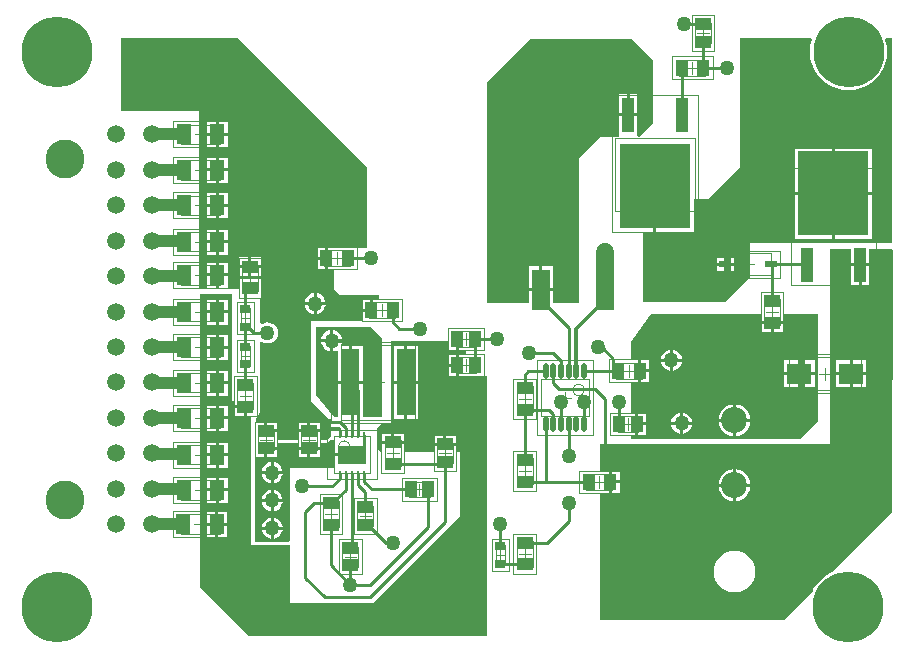
<source format=gtl>
G04*
G04 #@! TF.GenerationSoftware,Altium Limited,Altium Designer,19.0.15 (446)*
G04*
G04 Layer_Physical_Order=1*
G04 Layer_Color=255*
%FSLAX25Y25*%
%MOIN*%
G70*
G01*
G75*
%ADD13C,0.00394*%
%ADD14C,0.01000*%
%ADD17R,0.02436X0.10984*%
%ADD18R,0.02039X0.07087*%
%ADD19C,0.00197*%
%ADD20R,0.03937X0.11811*%
%ADD21R,0.23819X0.28347*%
%ADD22R,0.04921X0.06693*%
%ADD23R,0.04331X0.05315*%
%ADD24R,0.08268X0.07087*%
%ADD25R,0.05315X0.04331*%
%ADD26R,0.04134X0.02362*%
%ADD27R,0.00984X0.02165*%
%ADD28R,0.09449X0.06299*%
%ADD29R,0.03937X0.05512*%
%ADD30R,0.06299X0.22441*%
%ADD31R,0.06299X0.13780*%
%ADD32R,0.05512X0.03937*%
%ADD33R,0.03347X0.02559*%
%ADD34O,0.01968X0.05315*%
%ADD56C,0.01181*%
%ADD57C,0.05906*%
%ADD58C,0.03937*%
%ADD59C,0.05906*%
%ADD60C,0.12992*%
%ADD61C,0.08661*%
%ADD62C,0.23622*%
%ADD63C,0.05000*%
G36*
X214500Y198000D02*
Y177000D01*
X210000Y172500D01*
X209201D01*
X208992Y172913D01*
X208992Y173000D01*
Y179319D01*
X203055D01*
Y173000D01*
X203055Y172913D01*
X202846Y172500D01*
X197000D01*
X189764Y165264D01*
X189764Y117000D01*
X181150D01*
Y121000D01*
X177000D01*
Y121500D01*
D01*
Y121000D01*
X172850D01*
Y117000D01*
X158891D01*
X158891Y190391D01*
X173500Y205000D01*
X207500D01*
X214500Y198000D01*
D02*
G37*
G36*
X267163Y205500D02*
X267441Y205084D01*
X267306Y204759D01*
X266835Y202798D01*
X266677Y200787D01*
X266835Y198777D01*
X267306Y196816D01*
X268078Y194953D01*
X269131Y193234D01*
X270441Y191701D01*
X271974Y190391D01*
X273693Y189337D01*
X275556Y188566D01*
X277517Y188095D01*
X279528Y187937D01*
X281538Y188095D01*
X283499Y188566D01*
X285362Y189337D01*
X287081Y190391D01*
X288614Y191701D01*
X289924Y193234D01*
X290978Y194953D01*
X291749Y196816D01*
X292220Y198777D01*
X292378Y200787D01*
X292220Y202798D01*
X291749Y204759D01*
X291614Y205084D01*
X291892Y205500D01*
X294000D01*
X294000Y137000D01*
X246693Y137000D01*
X246693Y125796D01*
X238397Y117500D01*
X211000Y117500D01*
X211000Y140827D01*
X214500D01*
Y156000D01*
X215500D01*
Y140827D01*
X227909D01*
Y151610D01*
X232610D01*
X243500Y162500D01*
X243500Y205500D01*
X267163Y205500D01*
D02*
G37*
G36*
X119000Y162500D02*
Y135500D01*
X115709D01*
Y135658D01*
X109378D01*
Y135500D01*
X108622D01*
Y135658D01*
X105957D01*
Y132000D01*
Y128342D01*
X108000D01*
Y121543D01*
X109700Y119843D01*
X123000D01*
Y118315D01*
X120957D01*
Y114657D01*
X120457D01*
Y114157D01*
X117291D01*
Y111000D01*
X106500Y111000D01*
X100500Y111000D01*
Y84397D01*
X106397Y78500D01*
X106853D01*
Y72761D01*
X105593Y71500D01*
X103362D01*
Y73953D01*
X99606D01*
Y74453D01*
D01*
Y73953D01*
X95850D01*
Y71500D01*
X89091D01*
Y73953D01*
X85335D01*
Y74453D01*
X84835D01*
Y77421D01*
X82157D01*
Y78535D01*
X83500Y80681D01*
X83500Y103901D01*
X83948Y104122D01*
X84070Y104029D01*
X84921Y103677D01*
X85835Y103556D01*
X86748Y103677D01*
X87600Y104029D01*
X88331Y104590D01*
X88892Y105322D01*
X89245Y106173D01*
X89365Y107087D01*
X89245Y108000D01*
X88892Y108852D01*
X88331Y109583D01*
X87600Y110144D01*
X86748Y110496D01*
X85835Y110617D01*
X84921Y110496D01*
X84070Y110144D01*
X83948Y110051D01*
X83500Y110272D01*
Y118791D01*
X83657D01*
Y121543D01*
Y125122D01*
X76342D01*
Y121543D01*
X63000Y121543D01*
X63000Y181000D01*
X37000Y181000D01*
Y205500D01*
X76000D01*
X119000Y162500D01*
D02*
G37*
G36*
X294232Y134646D02*
X293872Y47372D01*
X273885Y27385D01*
X273434Y27198D01*
X271714Y26144D01*
X270181Y24835D01*
X268871Y23301D01*
X267818Y21582D01*
X267631Y21131D01*
X258000Y11500D01*
X221000Y11500D01*
X196535D01*
Y48500D01*
Y53441D01*
X197035Y53799D01*
X199543D01*
Y57457D01*
Y61114D01*
X197035D01*
X196878Y61114D01*
X196535Y61472D01*
Y69953D01*
X273500Y69953D01*
X273500Y135000D01*
X280508D01*
Y130276D01*
X283476D01*
X286445D01*
Y135000D01*
X293879D01*
X294232Y134646D01*
D02*
G37*
G36*
X124000Y105500D02*
X124000Y79000D01*
X117650D01*
Y90067D01*
X113500D01*
X109350D01*
Y79000D01*
X108177D01*
X102000Y86503D01*
X102000Y109000D01*
X120500Y109000D01*
X124000Y105500D01*
D02*
G37*
G36*
X250421Y113500D02*
Y110957D01*
X257736D01*
Y113500D01*
X269500D01*
X269500Y77740D01*
X263413Y71653D01*
X207000D01*
Y72984D01*
X208453D01*
Y76740D01*
Y80496D01*
X207000D01*
Y90842D01*
X209398D01*
Y94500D01*
Y98158D01*
X207000D01*
Y104186D01*
X213638Y113500D01*
X250421Y113500D01*
D02*
G37*
G36*
X108396Y70760D02*
X108276Y70606D01*
X108276Y70492D01*
Y66957D01*
X114000D01*
Y65957D01*
X108276D01*
Y62618D01*
X108276Y62307D01*
X107903Y62000D01*
X93500D01*
X93500Y62000D01*
X93500Y62000D01*
X93500Y38020D01*
X93000Y37520D01*
X81579D01*
Y63957D01*
X81579D01*
Y65579D01*
X84835D01*
Y68547D01*
X85335D01*
Y69047D01*
X89091D01*
Y70480D01*
X95850D01*
Y69047D01*
X99606D01*
X103362D01*
Y70480D01*
X105593D01*
X105983Y70558D01*
X106314Y70779D01*
X106794Y71260D01*
X108152D01*
X108396Y70760D01*
D02*
G37*
G36*
X74000Y107000D02*
Y84500D01*
X74843D01*
Y82957D01*
X78500D01*
Y82457D01*
X79000D01*
Y79291D01*
X80500D01*
Y60000D01*
X80500Y36500D01*
X93500D01*
Y17000D01*
X121000D01*
X150000Y46000D01*
Y67333D01*
X148756D01*
Y69453D01*
X145000D01*
X141244D01*
Y67333D01*
X131683D01*
X131221Y67425D01*
X131221Y67833D01*
Y70091D01*
X127564D01*
X123907D01*
X123907Y67559D01*
X123407Y67427D01*
X122250Y68583D01*
Y75488D01*
X123585Y76823D01*
X127000D01*
Y104500D01*
X146079Y104500D01*
Y101244D01*
X148547D01*
Y105000D01*
X149547D01*
Y101244D01*
X152000D01*
Y100078D01*
X149547D01*
Y96322D01*
Y92566D01*
X158891D01*
X159000Y92457D01*
X159000Y6000D01*
X79748D01*
X63500Y22248D01*
Y36500D01*
X63500D01*
X63500Y120000D01*
X74000Y120000D01*
X74000Y107000D01*
D02*
G37*
%LPC*%
G36*
X208992Y186724D02*
X206524D01*
Y180319D01*
X208992D01*
Y186724D01*
D02*
G37*
G36*
X205524D02*
X203055D01*
Y180319D01*
X205524D01*
Y186724D01*
D02*
G37*
G36*
X181150Y129390D02*
X177500D01*
Y122000D01*
X181150D01*
Y129390D01*
D02*
G37*
G36*
X176500D02*
X172850D01*
Y122000D01*
X176500D01*
Y129390D01*
D02*
G37*
G36*
X287409Y168768D02*
X275000D01*
Y154095D01*
X287409D01*
Y168768D01*
D02*
G37*
G36*
X274000D02*
X261591D01*
Y154095D01*
X274000D01*
Y168768D01*
D02*
G37*
G36*
X287409Y153094D02*
X275000D01*
Y138421D01*
X287409D01*
Y153094D01*
D02*
G37*
G36*
X274000D02*
X261591D01*
Y138421D01*
X274000D01*
Y153094D01*
D02*
G37*
G36*
X241488Y132181D02*
X238921D01*
Y130500D01*
X241488D01*
Y132181D01*
D02*
G37*
G36*
X237921D02*
X235354D01*
Y130500D01*
X237921D01*
Y132181D01*
D02*
G37*
G36*
X241488Y129500D02*
X238921D01*
Y127819D01*
X241488D01*
Y129500D01*
D02*
G37*
G36*
X237921D02*
X235354D01*
Y127819D01*
X237921D01*
Y129500D01*
D02*
G37*
G36*
X72571Y177575D02*
X69610D01*
Y173728D01*
X72571D01*
Y177575D01*
D02*
G37*
G36*
X68610D02*
X65650D01*
Y173728D01*
X68610D01*
Y177575D01*
D02*
G37*
G36*
X72571Y172728D02*
X69610D01*
Y168882D01*
X72571D01*
Y172728D01*
D02*
G37*
G36*
X68610D02*
X65650D01*
Y168882D01*
X68610D01*
Y172728D01*
D02*
G37*
G36*
X72571Y165764D02*
X69610D01*
Y161917D01*
X72571D01*
Y165764D01*
D02*
G37*
G36*
X68610D02*
X65650D01*
Y161917D01*
X68610D01*
Y165764D01*
D02*
G37*
G36*
X72571Y160917D02*
X69610D01*
Y157071D01*
X72571D01*
Y160917D01*
D02*
G37*
G36*
X68610D02*
X65650D01*
Y157071D01*
X68610D01*
Y160917D01*
D02*
G37*
G36*
X72571Y153953D02*
X69610D01*
Y150106D01*
X72571D01*
Y153953D01*
D02*
G37*
G36*
X68610D02*
X65650D01*
Y150106D01*
X68610D01*
Y153953D01*
D02*
G37*
G36*
X72571Y149106D02*
X69610D01*
Y145260D01*
X72571D01*
Y149106D01*
D02*
G37*
G36*
X68610D02*
X65650D01*
Y145260D01*
X68610D01*
Y149106D01*
D02*
G37*
G36*
X72571Y141847D02*
X69610D01*
Y138000D01*
X72571D01*
Y141847D01*
D02*
G37*
G36*
X68610D02*
X65650D01*
Y138000D01*
X68610D01*
Y141847D01*
D02*
G37*
G36*
X72571Y137000D02*
X69610D01*
Y133153D01*
X72571D01*
Y137000D01*
D02*
G37*
G36*
X68610D02*
X65650D01*
Y133153D01*
X68610D01*
Y137000D01*
D02*
G37*
G36*
X104957Y135658D02*
X102291D01*
Y132500D01*
X104957D01*
Y135658D01*
D02*
G37*
G36*
X83657Y132209D02*
X80500D01*
Y129543D01*
X83657D01*
Y132209D01*
D02*
G37*
G36*
X79500D02*
X76342D01*
Y129543D01*
X79500D01*
Y132209D01*
D02*
G37*
G36*
X104957Y131500D02*
X102291D01*
Y128342D01*
X104957D01*
Y131500D01*
D02*
G37*
G36*
X72571Y130748D02*
X69610D01*
Y126901D01*
X72571D01*
Y130748D01*
D02*
G37*
G36*
X68610D02*
X65650D01*
Y126901D01*
X68610D01*
Y130748D01*
D02*
G37*
G36*
X83657Y128543D02*
X80500D01*
Y125878D01*
X83657D01*
Y126401D01*
Y128543D01*
D02*
G37*
G36*
X79500D02*
X76342D01*
Y125878D01*
X79500D01*
Y128543D01*
D02*
G37*
G36*
X72571Y125901D02*
X69610D01*
Y122055D01*
X72571D01*
Y125901D01*
D02*
G37*
G36*
X68610D02*
X65650D01*
Y122055D01*
X68610D01*
Y125901D01*
D02*
G37*
G36*
X102235Y120282D02*
Y117318D01*
X105199D01*
X105145Y117731D01*
X104792Y118583D01*
X104231Y119314D01*
X103500Y119875D01*
X102649Y120228D01*
X102235Y120282D01*
D02*
G37*
G36*
X101235D02*
X100821Y120228D01*
X99970Y119875D01*
X99239Y119314D01*
X98678Y118583D01*
X98325Y117731D01*
X98270Y117318D01*
X101235D01*
Y120282D01*
D02*
G37*
G36*
X119957Y118315D02*
X117291D01*
Y115157D01*
X119957D01*
Y118315D01*
D02*
G37*
G36*
X105199Y116318D02*
X102235D01*
Y113353D01*
X102649Y113408D01*
X103500Y113760D01*
X104231Y114321D01*
X104792Y115052D01*
X105145Y115904D01*
X105199Y116318D01*
D02*
G37*
G36*
X101235D02*
X98270D01*
X98325Y115904D01*
X98678Y115052D01*
X99239Y114321D01*
X99970Y113760D01*
X100821Y113408D01*
X101235Y113353D01*
Y116318D01*
D02*
G37*
G36*
X89091Y77421D02*
X85835D01*
Y74953D01*
X89091D01*
Y77421D01*
D02*
G37*
G36*
X103362D02*
X100106D01*
Y74953D01*
X103362D01*
Y77421D01*
D02*
G37*
G36*
X99106D02*
X95850D01*
Y74953D01*
X99106D01*
Y77421D01*
D02*
G37*
G36*
X286445Y129276D02*
X283976D01*
Y122870D01*
X286445D01*
Y129276D01*
D02*
G37*
G36*
X282976D02*
X280508D01*
Y122870D01*
X282976D01*
Y129276D01*
D02*
G37*
G36*
X285510Y98043D02*
X280876D01*
Y94000D01*
X285510D01*
Y98043D01*
D02*
G37*
G36*
X279876D02*
X275242D01*
Y94000D01*
X279876D01*
Y98043D01*
D02*
G37*
G36*
X285510Y93000D02*
X280876D01*
Y88957D01*
X285510D01*
Y93000D01*
D02*
G37*
G36*
X279876D02*
X275242D01*
Y88957D01*
X279876D01*
Y93000D01*
D02*
G37*
G36*
X200543Y61114D02*
Y57957D01*
X203209D01*
Y61114D01*
X200543D01*
D02*
G37*
G36*
X242000Y61551D02*
Y56740D01*
X246811D01*
X246693Y57632D01*
X246156Y58929D01*
X245302Y60042D01*
X244188Y60896D01*
X242892Y61434D01*
X242000Y61551D01*
D02*
G37*
G36*
X241000D02*
X240108Y61434D01*
X238812Y60896D01*
X237698Y60042D01*
X236844Y58929D01*
X236307Y57632D01*
X236189Y56740D01*
X241000D01*
Y61551D01*
D02*
G37*
G36*
X203209Y56957D02*
X200543D01*
Y53799D01*
X203209D01*
Y56957D01*
D02*
G37*
G36*
X246811Y55740D02*
X242000D01*
Y50929D01*
X242892Y51047D01*
X244188Y51584D01*
X245302Y52438D01*
X246156Y53552D01*
X246693Y54849D01*
X246811Y55740D01*
D02*
G37*
G36*
X241000D02*
X236189D01*
X236307Y54849D01*
X236844Y53552D01*
X237698Y52438D01*
X238812Y51584D01*
X240108Y51047D01*
X241000Y50929D01*
Y55740D01*
D02*
G37*
G36*
X241500Y34439D02*
X240146Y34306D01*
X238845Y33911D01*
X237645Y33270D01*
X236593Y32407D01*
X235731Y31355D01*
X235089Y30155D01*
X234694Y28854D01*
X234561Y27500D01*
X234694Y26146D01*
X235089Y24845D01*
X235731Y23645D01*
X236593Y22593D01*
X237645Y21731D01*
X238845Y21089D01*
X240146Y20694D01*
X241500Y20561D01*
X242854Y20694D01*
X244155Y21089D01*
X245355Y21731D01*
X246407Y22593D01*
X247270Y23645D01*
X247911Y24845D01*
X248306Y26146D01*
X248439Y27500D01*
X248306Y28854D01*
X247911Y30155D01*
X247270Y31355D01*
X246407Y32407D01*
X245355Y33270D01*
X244155Y33911D01*
X242854Y34306D01*
X241500Y34439D01*
D02*
G37*
G36*
X107742Y107964D02*
Y105000D01*
X110706D01*
X110652Y105414D01*
X110299Y106265D01*
X109738Y106996D01*
X109007Y107557D01*
X108156Y107910D01*
X107742Y107964D01*
D02*
G37*
G36*
X106742D02*
X106328Y107910D01*
X105477Y107557D01*
X104746Y106996D01*
X104185Y106265D01*
X103832Y105414D01*
X103778Y105000D01*
X106742D01*
Y107964D01*
D02*
G37*
G36*
Y104000D02*
X103778D01*
X103832Y103586D01*
X104185Y102735D01*
X104746Y102004D01*
X105477Y101443D01*
X106328Y101090D01*
X106742Y101036D01*
Y104000D01*
D02*
G37*
G36*
X117650Y102787D02*
X114000D01*
Y91067D01*
X117650D01*
Y102787D01*
D02*
G37*
G36*
X110706Y104000D02*
X107742D01*
Y101036D01*
X108156Y101090D01*
X108850Y101378D01*
X109350Y101133D01*
Y91067D01*
X113000D01*
Y102787D01*
X110771D01*
X110493Y103203D01*
X110652Y103586D01*
X110706Y104000D01*
D02*
G37*
G36*
X257736Y109957D02*
X254579D01*
Y107291D01*
X257736D01*
Y109957D01*
D02*
G37*
G36*
X253579D02*
X250421D01*
Y107291D01*
X253579D01*
Y109957D01*
D02*
G37*
G36*
X221000Y101464D02*
Y98500D01*
X223964D01*
X223910Y98914D01*
X223557Y99765D01*
X222996Y100496D01*
X222265Y101057D01*
X221414Y101410D01*
X221000Y101464D01*
D02*
G37*
G36*
X220000D02*
X219586Y101410D01*
X218735Y101057D01*
X218004Y100496D01*
X217443Y99765D01*
X217090Y98914D01*
X217036Y98500D01*
X220000D01*
Y101464D01*
D02*
G37*
G36*
X213063Y98158D02*
X210398D01*
Y95000D01*
X213063D01*
Y98158D01*
D02*
G37*
G36*
X223964Y97500D02*
X221000D01*
Y94536D01*
X221414Y94590D01*
X222265Y94943D01*
X222996Y95504D01*
X223557Y96235D01*
X223910Y97086D01*
X223964Y97500D01*
D02*
G37*
G36*
X220000D02*
X217036D01*
X217090Y97086D01*
X217443Y96235D01*
X218004Y95504D01*
X218735Y94943D01*
X219586Y94590D01*
X220000Y94536D01*
Y97500D01*
D02*
G37*
G36*
X268187Y98043D02*
X263553D01*
Y94000D01*
X268187D01*
Y98043D01*
D02*
G37*
G36*
X262553D02*
X257919D01*
Y94000D01*
X262553D01*
Y98043D01*
D02*
G37*
G36*
X213063Y94000D02*
X210398D01*
Y90842D01*
X213063D01*
Y94000D01*
D02*
G37*
G36*
X268187Y93000D02*
X263553D01*
Y88957D01*
X268187D01*
Y93000D01*
D02*
G37*
G36*
X262553D02*
X257919D01*
Y88957D01*
X262553D01*
Y93000D01*
D02*
G37*
G36*
X242000Y83205D02*
Y78394D01*
X246811D01*
X246693Y79285D01*
X246156Y80582D01*
X245302Y81696D01*
X244188Y82550D01*
X242892Y83087D01*
X242000Y83205D01*
D02*
G37*
G36*
X241000D02*
X240108Y83087D01*
X238812Y82550D01*
X237698Y81696D01*
X236844Y80582D01*
X236307Y79285D01*
X236189Y78394D01*
X241000D01*
Y83205D01*
D02*
G37*
G36*
X224388Y80464D02*
Y77500D01*
X227352D01*
X227298Y77914D01*
X226945Y78765D01*
X226384Y79496D01*
X225653Y80057D01*
X224802Y80410D01*
X224388Y80464D01*
D02*
G37*
G36*
X223388D02*
X222974Y80410D01*
X222123Y80057D01*
X221392Y79496D01*
X220831Y78765D01*
X220478Y77914D01*
X220424Y77500D01*
X223388D01*
Y80464D01*
D02*
G37*
G36*
X211921Y80496D02*
X209453D01*
Y77240D01*
X211921D01*
Y80496D01*
D02*
G37*
G36*
X227352Y76500D02*
X224388D01*
Y73536D01*
X224802Y73590D01*
X225653Y73943D01*
X226384Y74504D01*
X226945Y75235D01*
X227298Y76086D01*
X227352Y76500D01*
D02*
G37*
G36*
X223388D02*
X220424D01*
X220478Y76086D01*
X220831Y75235D01*
X221392Y74504D01*
X222123Y73943D01*
X222974Y73590D01*
X223388Y73536D01*
Y76500D01*
D02*
G37*
G36*
X211921Y76240D02*
X209453D01*
Y72984D01*
X211921D01*
Y76240D01*
D02*
G37*
G36*
X246811Y77394D02*
X242000D01*
Y72583D01*
X242892Y72700D01*
X244188Y73237D01*
X245302Y74092D01*
X246156Y75205D01*
X246693Y76502D01*
X246811Y77394D01*
D02*
G37*
G36*
X241000D02*
X236189D01*
X236307Y76502D01*
X236844Y75205D01*
X237698Y74092D01*
X238812Y73237D01*
X240108Y72700D01*
X241000Y72583D01*
Y77394D01*
D02*
G37*
G36*
X103362Y68047D02*
X100106D01*
Y65579D01*
X103362D01*
Y68047D01*
D02*
G37*
G36*
X99106D02*
X95850D01*
Y65579D01*
X99106D01*
Y68047D01*
D02*
G37*
G36*
X89091D02*
X85835D01*
Y65579D01*
X89091D01*
Y68047D01*
D02*
G37*
G36*
X87914Y63964D02*
Y61000D01*
X90878D01*
X90824Y61414D01*
X90471Y62265D01*
X90349Y62424D01*
X90407Y62508D01*
X90267Y62531D01*
X89910Y62996D01*
X89179Y63557D01*
X88327Y63910D01*
X87914Y63964D01*
D02*
G37*
G36*
X86914D02*
X86500Y63910D01*
X85649Y63557D01*
X85360Y63336D01*
X84917Y62996D01*
X84356Y62265D01*
X84004Y61414D01*
X83949Y61000D01*
X86914D01*
Y63964D01*
D02*
G37*
G36*
X90878Y60000D02*
X87914D01*
Y57036D01*
X88327Y57090D01*
X89179Y57443D01*
X89910Y58004D01*
X90471Y58735D01*
X90824Y59586D01*
X90878Y60000D01*
D02*
G37*
G36*
X86914D02*
X83949D01*
X84004Y59586D01*
X84356Y58735D01*
X84917Y58004D01*
X85649Y57443D01*
X86500Y57090D01*
X86914Y57036D01*
Y60000D01*
D02*
G37*
G36*
X87914Y54714D02*
Y51750D01*
X90878D01*
X90824Y52164D01*
X90471Y53015D01*
X89910Y53746D01*
X89179Y54307D01*
X88327Y54660D01*
X87914Y54714D01*
D02*
G37*
G36*
X86914D02*
X86500Y54660D01*
X85649Y54307D01*
X84917Y53746D01*
X84356Y53015D01*
X84004Y52164D01*
X83949Y51750D01*
X86914D01*
Y54714D01*
D02*
G37*
G36*
X90878Y50750D02*
X87914D01*
Y47786D01*
X88327Y47840D01*
X89179Y48193D01*
X89910Y48754D01*
X90471Y49485D01*
X90824Y50336D01*
X90878Y50750D01*
D02*
G37*
G36*
X86914D02*
X83949D01*
X84004Y50336D01*
X84356Y49485D01*
X84917Y48754D01*
X85649Y48193D01*
X86500Y47840D01*
X86914Y47786D01*
Y50750D01*
D02*
G37*
G36*
X87914Y45464D02*
Y42500D01*
X90878D01*
X90824Y42914D01*
X90471Y43765D01*
X89910Y44496D01*
X89179Y45057D01*
X88327Y45410D01*
X87914Y45464D01*
D02*
G37*
G36*
X86914D02*
X86500Y45410D01*
X85649Y45057D01*
X84917Y44496D01*
X84356Y43765D01*
X84004Y42914D01*
X83949Y42500D01*
X86914D01*
Y45464D01*
D02*
G37*
G36*
X90878Y41500D02*
X87914D01*
Y38536D01*
X88327Y38590D01*
X89179Y38943D01*
X89910Y39504D01*
X90471Y40235D01*
X90824Y41086D01*
X90878Y41500D01*
D02*
G37*
G36*
X86914D02*
X83949D01*
X84004Y41086D01*
X84356Y40235D01*
X84917Y39504D01*
X85649Y38943D01*
X86500Y38590D01*
X86914Y38536D01*
Y41500D01*
D02*
G37*
G36*
X72571Y118520D02*
X69610D01*
Y114673D01*
X72571D01*
Y118520D01*
D02*
G37*
G36*
X68610D02*
X65650D01*
Y114673D01*
X68610D01*
Y118520D01*
D02*
G37*
G36*
X72571Y113673D02*
X69610D01*
Y109827D01*
X72571D01*
Y113673D01*
D02*
G37*
G36*
X68610D02*
X65650D01*
Y109827D01*
X68610D01*
Y113673D01*
D02*
G37*
G36*
X72571Y106709D02*
X69610D01*
Y102862D01*
X72571D01*
Y106709D01*
D02*
G37*
G36*
X68610D02*
X65650D01*
Y102862D01*
X68610D01*
Y106709D01*
D02*
G37*
G36*
X72571Y101862D02*
X69610D01*
Y98016D01*
X72571D01*
Y101862D01*
D02*
G37*
G36*
X68610D02*
X65650D01*
Y98016D01*
X68610D01*
Y101862D01*
D02*
G37*
G36*
X148547Y100078D02*
X146079D01*
Y96822D01*
X148547D01*
Y100078D01*
D02*
G37*
G36*
Y95822D02*
X146079D01*
Y92566D01*
X148547D01*
Y95822D01*
D02*
G37*
G36*
X136153Y102787D02*
X132504D01*
Y91067D01*
X136153D01*
Y102787D01*
D02*
G37*
G36*
X131504D02*
X127854D01*
Y91067D01*
X131504D01*
Y102787D01*
D02*
G37*
G36*
X72571Y94846D02*
X69610D01*
Y91000D01*
X72571D01*
Y94846D01*
D02*
G37*
G36*
X68610D02*
X65650D01*
Y91000D01*
X68610D01*
Y94846D01*
D02*
G37*
G36*
X72571Y90000D02*
X69610D01*
Y86154D01*
X72571D01*
Y90000D01*
D02*
G37*
G36*
X68610D02*
X65650D01*
Y86154D01*
X68610D01*
Y90000D01*
D02*
G37*
G36*
X78000Y81957D02*
X74843D01*
Y79291D01*
X78000D01*
Y81957D01*
D02*
G37*
G36*
X72571Y83087D02*
X69610D01*
Y79240D01*
X72571D01*
Y83087D01*
D02*
G37*
G36*
X68610D02*
X65650D01*
Y79240D01*
X68610D01*
Y83087D01*
D02*
G37*
G36*
X136153Y90067D02*
X132504D01*
Y78347D01*
X136153D01*
Y90067D01*
D02*
G37*
G36*
X131504D02*
X127854D01*
Y78347D01*
X131504D01*
Y90067D01*
D02*
G37*
G36*
X72571Y78240D02*
X69610D01*
Y74394D01*
X72571D01*
Y78240D01*
D02*
G37*
G36*
X68610D02*
X65650D01*
Y74394D01*
X68610D01*
Y78240D01*
D02*
G37*
G36*
X131221Y73756D02*
X128064D01*
Y71091D01*
X131221D01*
Y73756D01*
D02*
G37*
G36*
X127064D02*
X123907D01*
Y71091D01*
X127064D01*
Y73756D01*
D02*
G37*
G36*
X148756Y72921D02*
X145500D01*
Y70453D01*
X148756D01*
Y72921D01*
D02*
G37*
G36*
X144500D02*
X141244D01*
Y70453D01*
X144500D01*
Y72921D01*
D02*
G37*
G36*
X72571Y70803D02*
X69610D01*
Y66957D01*
X72571D01*
Y70803D01*
D02*
G37*
G36*
X68610D02*
X65650D01*
Y66957D01*
X68610D01*
Y70803D01*
D02*
G37*
G36*
X72571Y65957D02*
X69610D01*
Y62110D01*
X72571D01*
Y65957D01*
D02*
G37*
G36*
X68610D02*
X65650D01*
Y62110D01*
X68610D01*
Y65957D01*
D02*
G37*
G36*
X72571Y59099D02*
X69610D01*
Y55253D01*
X72571D01*
Y59099D01*
D02*
G37*
G36*
X68610D02*
X65650D01*
Y55253D01*
X68610D01*
Y59099D01*
D02*
G37*
G36*
X72571Y54253D02*
X69610D01*
Y50406D01*
X72571D01*
Y54253D01*
D02*
G37*
G36*
X68610D02*
X65650D01*
Y50406D01*
X68610D01*
Y54253D01*
D02*
G37*
G36*
X72457Y47653D02*
X69496D01*
Y43807D01*
X72457D01*
Y47653D01*
D02*
G37*
G36*
X68496D02*
X65535D01*
Y43807D01*
X68496D01*
Y47653D01*
D02*
G37*
G36*
X72457Y42807D02*
X69496D01*
Y38961D01*
X72457D01*
Y42807D01*
D02*
G37*
G36*
X68496D02*
X65535D01*
Y38961D01*
X68496D01*
Y42807D01*
D02*
G37*
%LPD*%
D13*
X113409Y69114D02*
G03*
X113409Y69114I-1969J0D01*
G01*
X191496Y88059D02*
G03*
X191496Y88059I-1969J0D01*
G01*
X261213Y137453D02*
X287787D01*
X261213Y161941D02*
X287787D01*
X261213Y137453D02*
Y161941D01*
X287787Y137453D02*
Y161941D01*
X56890Y40059D02*
X69882D01*
X56890Y46555D02*
X69882D01*
Y40059D02*
Y46555D01*
X56890Y40059D02*
Y46555D01*
X57004Y51505D02*
X69996D01*
X57004Y58001D02*
X69996D01*
Y51505D02*
Y58001D01*
X57004Y51505D02*
Y58001D01*
Y63209D02*
X69996D01*
X57004Y69705D02*
X69996D01*
Y63209D02*
Y69705D01*
X57004Y63209D02*
Y69705D01*
Y75492D02*
X69996D01*
X57004Y81988D02*
X69996D01*
Y75492D02*
Y81988D01*
X57004Y75492D02*
Y81988D01*
Y87252D02*
X69996D01*
X57004Y93748D02*
X69996D01*
Y87252D02*
Y93748D01*
X57004Y87252D02*
Y93748D01*
Y99114D02*
X69996D01*
X57004Y105610D02*
X69996D01*
Y99114D02*
Y105610D01*
X57004Y99114D02*
Y105610D01*
Y110925D02*
X69996D01*
X57004Y117421D02*
X69996D01*
Y110925D02*
Y117421D01*
X57004Y110925D02*
Y117421D01*
Y123153D02*
X69996D01*
X57004Y129650D02*
X69996D01*
Y123153D02*
Y129650D01*
X57004Y123153D02*
Y129650D01*
Y134252D02*
X69996D01*
X57004Y140748D02*
X69996D01*
Y134252D02*
Y140748D01*
X57004Y134252D02*
Y140748D01*
Y146358D02*
X69996D01*
X57004Y152854D02*
X69996D01*
Y146358D02*
Y152854D01*
X57004Y146358D02*
Y152854D01*
Y158169D02*
X69996D01*
X57004Y164665D02*
X69996D01*
Y158169D02*
Y164665D01*
X57004Y158169D02*
Y164665D01*
Y169980D02*
X69996D01*
X57004Y176476D02*
X69996D01*
Y169980D02*
Y176476D01*
X57004Y169980D02*
Y176476D01*
X223169Y192842D02*
X231831D01*
X223169Y198158D02*
X231831D01*
Y192842D02*
Y198158D01*
X223169Y192842D02*
Y198158D01*
X262659Y88008D02*
X280769D01*
X262659Y98992D02*
X280769D01*
Y88008D02*
Y98992D01*
X262659Y88008D02*
Y98992D01*
X201713Y172142D02*
X228287D01*
X201713Y147653D02*
X228287D01*
Y172142D01*
X201713Y147653D02*
Y172142D01*
X251421Y109669D02*
Y118331D01*
X256736Y109669D02*
Y118331D01*
X251421Y109669D02*
X256736D01*
X251421Y118331D02*
X256736D01*
X238421Y126457D02*
Y133543D01*
X253579Y126457D02*
Y133543D01*
X238421D02*
X253579D01*
X238421Y126457D02*
X253579D01*
X77342Y121169D02*
Y129831D01*
X82657Y121169D02*
Y129831D01*
X77342Y121169D02*
X82657D01*
X77342Y129831D02*
X82657D01*
X107898Y60453D02*
Y72658D01*
X120102Y60453D02*
Y72658D01*
X107898D02*
X120102D01*
X107898Y60453D02*
X120102D01*
X148653Y107658D02*
X155347D01*
X148653Y102342D02*
X155347D01*
X148653D02*
Y107658D01*
X155347Y102342D02*
Y107658D01*
X148653Y98979D02*
X155347D01*
X148653Y93664D02*
X155347D01*
X148653D02*
Y98979D01*
X155347Y93664D02*
Y98979D01*
X110350Y102969D02*
X135153D01*
X110350Y78165D02*
X135153D01*
X110350D02*
Y102969D01*
X135153Y78165D02*
Y102969D01*
X133153Y57540D02*
X139847D01*
X133153Y52225D02*
X139847D01*
X133153D02*
Y57540D01*
X139847Y52225D02*
Y57540D01*
X119669Y117315D02*
X128331D01*
X119669Y112000D02*
X128331D01*
X119669D02*
Y117315D01*
X128331Y112000D02*
Y117315D01*
X104669Y129342D02*
X113331D01*
X104669Y134658D02*
X113331D01*
Y129342D02*
Y134658D01*
X104669Y129342D02*
Y134658D01*
X174210Y29169D02*
Y37831D01*
X168895Y29169D02*
Y37831D01*
X174210D01*
X168895Y29169D02*
X174210D01*
X115842Y42654D02*
Y49347D01*
X121158Y42654D02*
Y49347D01*
X115842Y42654D02*
X121158D01*
X115842Y49347D02*
X121158D01*
X116157Y29153D02*
Y35846D01*
X110843Y29153D02*
Y35846D01*
X116157D01*
X110843Y29153D02*
X116157D01*
X202654Y79398D02*
X209347D01*
X202654Y74083D02*
X209347D01*
X202654D02*
Y79398D01*
X209347Y74083D02*
Y79398D01*
X228386Y203654D02*
Y210347D01*
X233701Y203654D02*
Y210347D01*
X228386Y203654D02*
X233701D01*
X228386Y210347D02*
X233701D01*
X202024Y97158D02*
X210685D01*
X202024Y91843D02*
X210685D01*
X202024D02*
Y97158D01*
X210685Y91843D02*
Y97158D01*
X192169Y54799D02*
X200831D01*
X192169Y60114D02*
X200831D01*
Y54799D02*
Y60114D01*
X192169Y54799D02*
Y60114D01*
X174210Y80669D02*
Y89331D01*
X168895Y80669D02*
Y89331D01*
X174210D01*
X168895Y80669D02*
X174210D01*
X168895Y56669D02*
Y65331D01*
X174210Y56669D02*
Y65331D01*
X168895Y56669D02*
X174210D01*
X168895Y65331D02*
X174210D01*
X161925Y29653D02*
X165075D01*
X161925Y36346D02*
X165075D01*
X161925Y29653D02*
Y36346D01*
X165075Y29653D02*
Y36346D01*
X81157Y81669D02*
Y90331D01*
X75842Y81669D02*
Y90331D01*
X81157D01*
X75842Y81669D02*
X81157D01*
X76925Y96153D02*
X80075D01*
X76925Y102847D02*
X80075D01*
X76925Y96153D02*
Y102847D01*
X80075Y96153D02*
Y102847D01*
X130221Y62717D02*
Y71378D01*
X124907Y62717D02*
Y71378D01*
X130221D01*
X124907Y62717D02*
X130221D01*
X76925Y115347D02*
X80075D01*
X76925Y108653D02*
X80075D01*
Y115347D01*
X76925Y108653D02*
Y115347D01*
X109658Y42371D02*
Y51033D01*
X104342Y42371D02*
Y51033D01*
X109658D01*
X104342Y42371D02*
X109658D01*
X147658Y63653D02*
Y70346D01*
X142342Y63653D02*
Y70346D01*
X147658D01*
X142342Y63653D02*
X147658D01*
X87992Y68154D02*
Y74847D01*
X82677Y68154D02*
Y74847D01*
X87992D01*
X82677Y68154D02*
X87992D01*
X102264D02*
Y74847D01*
X96949Y68154D02*
Y74847D01*
X102264D01*
X96949Y68154D02*
X102264D01*
X176929Y79398D02*
Y91602D01*
X193071Y79398D02*
Y91602D01*
X176929Y79398D02*
X193071D01*
X176929Y91602D02*
X193071D01*
X274500Y143949D02*
Y147886D01*
X272532Y145917D02*
X276468D01*
X63386Y41339D02*
Y45276D01*
X61417Y43307D02*
X65354D01*
X63500Y52785D02*
Y56722D01*
X61532Y54753D02*
X65469D01*
X63500Y64488D02*
Y68425D01*
X61532Y66457D02*
X65469D01*
X63500Y76772D02*
Y80709D01*
X61532Y78740D02*
X65469D01*
X63500Y88532D02*
Y92469D01*
X61532Y90500D02*
X65469D01*
X63500Y100394D02*
Y104331D01*
X61532Y102362D02*
X65469D01*
X63500Y112205D02*
Y116142D01*
X61532Y114173D02*
X65469D01*
X63500Y124433D02*
Y128370D01*
X61532Y126401D02*
X65469D01*
X63500Y135531D02*
Y139469D01*
X61532Y137500D02*
X65469D01*
X63500Y147638D02*
Y151575D01*
X61532Y149606D02*
X65469D01*
X63500Y159449D02*
Y163386D01*
X61532Y161417D02*
X65469D01*
X63500Y171260D02*
Y175197D01*
X61532Y173228D02*
X65469D01*
X227500Y193532D02*
Y197468D01*
X225532Y195500D02*
X229468D01*
X271714Y91531D02*
Y95468D01*
X269746Y93500D02*
X273683D01*
X215000Y161709D02*
Y165646D01*
X213032Y163677D02*
X216968D01*
X252110Y114000D02*
X256047D01*
X254079Y112031D02*
Y115969D01*
X244032Y130000D02*
X247969D01*
X246000Y128032D02*
Y131968D01*
X78031Y125500D02*
X81968D01*
X80000Y123531D02*
Y127469D01*
X112031Y66555D02*
X115969D01*
X114000Y64587D02*
Y68524D01*
X152000Y103032D02*
Y106968D01*
X150031Y105000D02*
X153969D01*
X152000Y94353D02*
Y98290D01*
X150031Y96322D02*
X153969D01*
X122752Y88598D02*
Y92535D01*
X120783Y90567D02*
X124721D01*
X136500Y52914D02*
Y56851D01*
X134531Y54883D02*
X138469D01*
X124000Y112689D02*
Y116626D01*
X122031Y114657D02*
X125969D01*
X109000Y130032D02*
Y133968D01*
X107032Y132000D02*
X110968D01*
X169584Y33500D02*
X173521D01*
X171552Y31532D02*
Y35469D01*
X116532Y46000D02*
X120468D01*
X118500Y44032D02*
Y47969D01*
X111531Y32500D02*
X115469D01*
X113500Y30531D02*
Y34468D01*
X206000Y74772D02*
Y78709D01*
X204031Y76740D02*
X207968D01*
X229075Y207000D02*
X233012D01*
X231043Y205031D02*
Y208968D01*
X206354Y92532D02*
Y96469D01*
X204386Y94500D02*
X208323D01*
X196500Y55488D02*
Y59425D01*
X194532Y57457D02*
X198468D01*
X169584Y85000D02*
X173521D01*
X171552Y83031D02*
Y86968D01*
X169584Y61000D02*
X173521D01*
X171552Y59031D02*
Y62968D01*
X163500Y31425D02*
Y34575D01*
X161925Y33000D02*
X165075D01*
X76531Y86000D02*
X80468D01*
X78500Y84031D02*
Y87968D01*
Y97925D02*
Y101075D01*
X76925Y99500D02*
X80075D01*
X125595Y67047D02*
X129533D01*
X127564Y65079D02*
Y69016D01*
X78500Y110425D02*
Y113575D01*
X76925Y112000D02*
X80075D01*
X105032Y46702D02*
X108968D01*
X107000Y44733D02*
Y48670D01*
X143032Y67000D02*
X146968D01*
X145000Y65031D02*
Y68968D01*
X83366Y71500D02*
X87303D01*
X85335Y69532D02*
Y73469D01*
X97638Y71500D02*
X101575D01*
X99606Y69532D02*
Y73469D01*
X183031Y85500D02*
X186969D01*
X185000Y83531D02*
Y87468D01*
D14*
X112000Y72953D02*
Y75418D01*
X110000Y58500D02*
Y60158D01*
X129783Y108390D02*
X136750D01*
X127543Y110630D02*
X129783Y108390D01*
X127543Y110630D02*
Y114657D01*
X81233Y107087D02*
X85835D01*
X78886Y109433D02*
X81233Y107087D01*
X78500Y109047D02*
X78886Y109433D01*
X125414Y36953D02*
X127564D01*
X119320Y43047D02*
X125414Y36953D01*
X118500Y43047D02*
X119320D01*
X171552Y93048D02*
X172764Y94260D01*
X178602D01*
X201466D02*
X202505Y95298D01*
X112425Y131882D02*
X112806Y131500D01*
X113188Y131882D01*
X120457D01*
X112425D02*
X112543Y132000D01*
X186500Y44500D02*
Y50500D01*
X179043Y37043D02*
X186500Y44500D01*
X171552Y37043D02*
X179043D01*
X202500Y84000D02*
X203047Y83453D01*
Y76740D02*
Y83453D01*
X191480Y76823D02*
Y83918D01*
X191398Y84000D02*
X191480Y83918D01*
X191398Y76740D02*
X191480Y76823D01*
X183721Y76740D02*
Y84000D01*
X181102Y76799D02*
Y79898D01*
X179543Y81457D02*
X181102Y79898D01*
X171552Y81457D02*
X179543D01*
X201146Y96658D02*
Y98398D01*
X197551Y101992D02*
X201146Y98398D01*
X196500Y101992D02*
X197551D01*
X109997Y77421D02*
X112000Y75418D01*
X105457Y77421D02*
X109997D01*
X110055Y72961D02*
Y74856D01*
X105957Y75500D02*
X109411D01*
X110055Y74856D01*
Y72961D02*
X110063Y72953D01*
X265299Y130000D02*
X265524Y129776D01*
X253579Y130000D02*
X265299D01*
X253579D02*
X254079Y129500D01*
Y117543D02*
Y129500D01*
X176870Y118130D02*
Y121500D01*
X186279Y94260D02*
Y108721D01*
X176870Y118130D02*
X186279Y108721D01*
X231118Y195426D02*
X239000D01*
X231043Y195500D02*
X231118Y195426D01*
X224698Y210000D02*
X230996D01*
X231043Y209953D01*
Y195500D02*
Y204047D01*
X223957Y195500D02*
X223976Y195480D01*
Y179819D02*
Y195480D01*
X196130Y102362D02*
X196500Y101992D01*
X59216Y126465D02*
X59280Y126401D01*
X154953Y105000D02*
X162500D01*
X154953Y96322D02*
Y105000D01*
X171552Y88543D02*
Y93048D01*
X163500Y30047D02*
X171462D01*
X117968Y69106D02*
Y72953D01*
X163500Y35953D02*
Y43489D01*
X171552Y64543D02*
Y81457D01*
X178500Y57457D02*
X192957D01*
X171552D02*
X178500D01*
X178602Y57559D01*
Y76740D01*
X58231Y90807D02*
X58538Y90500D01*
X58268Y102240D02*
X58390Y102362D01*
X173000Y100496D02*
X180956D01*
X183721Y94260D02*
Y97732D01*
X180956Y100496D02*
X183721Y97732D01*
X78500Y89543D02*
Y96547D01*
Y102453D02*
Y109047D01*
Y114953D02*
Y121957D01*
X139453Y42500D02*
Y54883D01*
X120117Y23164D02*
X139453Y42500D01*
X113500Y23164D02*
X120117D01*
X107000Y29664D02*
Y43159D01*
Y29664D02*
X113500Y23164D01*
X114000Y66457D02*
X115319D01*
X112000Y54753D02*
Y60158D01*
X105000Y19000D02*
X119957D01*
X98500Y25500D02*
X105000Y19000D01*
X98500Y25500D02*
Y47500D01*
X145000Y44043D02*
Y64047D01*
X119957Y19000D02*
X145000Y44043D01*
X98500Y47500D02*
X101245Y50245D01*
X107000D01*
X144457Y63504D02*
X145000Y64047D01*
X127564Y63504D02*
X144457D01*
X107492Y50245D02*
X112000Y54753D01*
X107000Y50245D02*
X107492D01*
X118000Y57500D02*
Y60158D01*
Y57500D02*
X120617Y54883D01*
X133547D01*
X116000Y56500D02*
Y60158D01*
Y56500D02*
X118500Y54000D01*
Y48953D02*
Y54000D01*
X114000Y35953D02*
Y60158D01*
X113500Y35453D02*
X114000Y35953D01*
X115319Y66457D02*
X117968Y69106D01*
X114000Y90067D02*
X115969Y88098D01*
X113500Y90567D02*
X113772Y90295D01*
X115969Y72953D02*
Y88098D01*
X114000Y72953D02*
Y90067D01*
X97500Y55938D02*
X107438D01*
X110000Y58500D01*
X85335Y68547D02*
X85418Y68631D01*
X202505Y95298D02*
X202811Y94992D01*
X201146Y96658D02*
X202505Y95298D01*
X202811Y94500D02*
Y94992D01*
X198500Y65000D02*
Y85140D01*
X195140Y88500D02*
X198500Y85140D01*
X183000Y88500D02*
X195140D01*
X181161Y90339D02*
X183000Y88500D01*
X181161Y90339D02*
Y94260D01*
X186279Y66000D02*
Y76740D01*
X113500Y23164D02*
Y29547D01*
X171462Y30047D02*
X171552Y29957D01*
X181102Y76799D02*
X181161Y76740D01*
X191398Y94260D02*
X201466D01*
D17*
X263877Y93500D02*
D03*
D18*
X239441Y130000D02*
D03*
D19*
X260228Y123083D02*
X288772D01*
X260228Y168752D02*
X288772D01*
X260228Y123083D02*
Y168752D01*
X288772Y123083D02*
Y168752D01*
X54331Y38976D02*
X72441D01*
X54331Y47638D02*
X72441D01*
Y38976D02*
Y47638D01*
X54331Y38976D02*
Y47638D01*
X54445Y50422D02*
X72555D01*
X54445Y59084D02*
X72555D01*
Y50422D02*
Y59084D01*
X54445Y50422D02*
Y59084D01*
Y62126D02*
X72555D01*
X54445Y70787D02*
X72555D01*
Y62126D02*
Y70787D01*
X54445Y62126D02*
Y70787D01*
Y74409D02*
X72555D01*
X54445Y83071D02*
X72555D01*
Y74409D02*
Y83071D01*
X54445Y74409D02*
Y83071D01*
Y86169D02*
X72555D01*
X54445Y94831D02*
X72555D01*
Y86169D02*
Y94831D01*
X54445Y86169D02*
Y94831D01*
Y98032D02*
X72555D01*
X54445Y106693D02*
X72555D01*
Y98032D02*
Y106693D01*
X54445Y98032D02*
Y106693D01*
Y109843D02*
X72555D01*
X54445Y118504D02*
X72555D01*
Y109843D02*
Y118504D01*
X54445Y109843D02*
Y118504D01*
Y122071D02*
X72555D01*
X54445Y130732D02*
X72555D01*
Y122071D02*
Y130732D01*
X54445Y122071D02*
Y130732D01*
Y133169D02*
X72555D01*
X54445Y141831D02*
X72555D01*
Y133169D02*
Y141831D01*
X54445Y133169D02*
Y141831D01*
Y145276D02*
X72555D01*
X54445Y153937D02*
X72555D01*
Y145276D02*
Y153937D01*
X54445Y145276D02*
Y153937D01*
Y157087D02*
X72555D01*
X54445Y165748D02*
X72555D01*
Y157087D02*
Y165748D01*
X54445Y157087D02*
Y165748D01*
Y168898D02*
X72555D01*
X54445Y177559D02*
X72555D01*
Y168898D02*
Y177559D01*
X54445Y168898D02*
Y177559D01*
X220807Y191760D02*
X234193D01*
X220807Y199240D02*
X234193D01*
Y191760D02*
Y199240D01*
X220807Y191760D02*
Y199240D01*
X259706Y87004D02*
X283722D01*
X259706Y99996D02*
X283722D01*
Y87004D02*
Y99996D01*
X259706Y87004D02*
Y99996D01*
X200728Y186512D02*
X229272D01*
X200728Y140842D02*
X229272D01*
Y186512D01*
X200728Y140842D02*
Y186512D01*
X250339Y107307D02*
Y120693D01*
X257819Y107307D02*
Y120693D01*
X250339Y107307D02*
X257819D01*
X250339Y120693D02*
X257819D01*
X235370Y125472D02*
Y134528D01*
X256630Y125472D02*
Y134528D01*
X235370D02*
X256630D01*
X235370Y125472D02*
X256630D01*
X76260Y118807D02*
Y132193D01*
X83740Y118807D02*
Y132193D01*
X76260Y118807D02*
X83740D01*
X76260Y132193D02*
X83740D01*
X105732Y58287D02*
Y74823D01*
X122268Y58287D02*
Y74823D01*
X105732D02*
X122268D01*
X105732Y58287D02*
X122268D01*
X146095Y108740D02*
X157905D01*
X146095Y101260D02*
X157905D01*
X146095D02*
Y108740D01*
X157905Y101260D02*
Y108740D01*
X146095Y100062D02*
X157905D01*
X146095Y92582D02*
X157905D01*
X146095D02*
Y100062D01*
X157905Y92582D02*
Y100062D01*
X107102Y103953D02*
X138402D01*
X107102Y77181D02*
X138402D01*
X107102D02*
Y103953D01*
X138402Y77181D02*
Y103953D01*
X130595Y58623D02*
X142405D01*
X130595Y51143D02*
X142405D01*
X130595D02*
Y58623D01*
X142405Y51143D02*
Y58623D01*
X117307Y118398D02*
X130693D01*
X117307Y110917D02*
X130693D01*
X117307D02*
Y118398D01*
X130693Y110917D02*
Y118398D01*
X102307Y128260D02*
X115693D01*
X102307Y135740D02*
X115693D01*
Y128260D02*
Y135740D01*
X102307Y128260D02*
Y135740D01*
X175292Y26807D02*
Y40193D01*
X167812Y26807D02*
Y40193D01*
X175292D01*
X167812Y26807D02*
X175292D01*
X114760Y40095D02*
Y51906D01*
X122240Y40095D02*
Y51906D01*
X114760Y40095D02*
X122240D01*
X114760Y51906D02*
X122240D01*
X117240Y26594D02*
Y38405D01*
X109760Y26594D02*
Y38405D01*
X117240D01*
X109760Y26594D02*
X117240D01*
X200095Y80480D02*
X211906D01*
X200095Y73000D02*
X211906D01*
X200095D02*
Y80480D01*
X211906Y73000D02*
Y80480D01*
X227303Y201095D02*
Y212906D01*
X234784Y201095D02*
Y212906D01*
X227303Y201095D02*
X234784D01*
X227303Y212906D02*
X234784D01*
X199661Y98240D02*
X213047D01*
X199661Y90760D02*
X213047D01*
X199661D02*
Y98240D01*
X213047Y90760D02*
Y98240D01*
X189807Y53716D02*
X203193D01*
X189807Y61197D02*
X203193D01*
Y53716D02*
Y61197D01*
X189807Y53716D02*
Y61197D01*
X175292Y78307D02*
Y91693D01*
X167812Y78307D02*
Y91693D01*
X175292D01*
X167812Y78307D02*
X175292D01*
X167812Y54307D02*
Y67693D01*
X175292Y54307D02*
Y67693D01*
X167812Y54307D02*
X175292D01*
X167812Y67693D02*
X175292D01*
X160744Y27685D02*
X166256D01*
X160744Y38315D02*
X166256D01*
X160744Y27685D02*
Y38315D01*
X166256Y27685D02*
Y38315D01*
X82240Y79307D02*
Y92693D01*
X74760Y79307D02*
Y92693D01*
X82240D01*
X74760Y79307D02*
X82240D01*
X75744Y94185D02*
X81256D01*
X75744Y104815D02*
X81256D01*
X75744Y94185D02*
Y104815D01*
X81256Y94185D02*
Y104815D01*
X131304Y60354D02*
Y73740D01*
X123824Y60354D02*
Y73740D01*
X131304D01*
X123824Y60354D02*
X131304D01*
X75744Y117315D02*
X81256D01*
X75744Y106685D02*
X81256D01*
Y117315D01*
X75744Y106685D02*
Y117315D01*
X110740Y40009D02*
Y53395D01*
X103260Y40009D02*
Y53395D01*
X110740D01*
X103260Y40009D02*
X110740D01*
X148740Y61094D02*
Y72905D01*
X141260Y61094D02*
Y72905D01*
X148740D01*
X141260Y61094D02*
X148740D01*
X89075Y65595D02*
Y77406D01*
X81595Y65595D02*
Y77406D01*
X89075D01*
X81595Y65595D02*
X89075D01*
X103347D02*
Y77406D01*
X95866Y65595D02*
Y77406D01*
X103347D01*
X95866Y65595D02*
X103347D01*
X175748Y73098D02*
Y97902D01*
X194252Y73098D02*
Y97902D01*
X175748Y73098D02*
X194252D01*
X175748Y97902D02*
X194252D01*
D20*
X265524Y129776D02*
D03*
X283476D02*
D03*
X223976Y179819D02*
D03*
X206024D02*
D03*
D21*
X274500Y153595D02*
D03*
X215000Y156000D02*
D03*
D22*
X68996Y43307D02*
D03*
X57776D02*
D03*
X69110Y54753D02*
D03*
X57890D02*
D03*
X69110Y66457D02*
D03*
X57890D02*
D03*
X69110Y78740D02*
D03*
X57890D02*
D03*
X69110Y90500D02*
D03*
X57890D02*
D03*
X69110Y102362D02*
D03*
X57890D02*
D03*
X69110Y114173D02*
D03*
X57890D02*
D03*
X69110Y126401D02*
D03*
X57890D02*
D03*
X69110Y137500D02*
D03*
X57890D02*
D03*
X69110Y149606D02*
D03*
X57890D02*
D03*
X69110Y161417D02*
D03*
X57890D02*
D03*
X69110Y173228D02*
D03*
X57890D02*
D03*
D23*
X231043Y195500D02*
D03*
X223957D02*
D03*
X120457Y114657D02*
D03*
X127543D02*
D03*
X112543Y132000D02*
D03*
X105457D02*
D03*
X202811Y94500D02*
D03*
X209898D02*
D03*
X200043Y57457D02*
D03*
X192957D02*
D03*
D24*
X280376Y93500D02*
D03*
X263053D02*
D03*
D25*
X254079Y110457D02*
D03*
Y117543D02*
D03*
X80000Y121957D02*
D03*
Y129043D02*
D03*
X171552Y37043D02*
D03*
Y29957D02*
D03*
Y88543D02*
D03*
Y81457D02*
D03*
Y57457D02*
D03*
Y64543D02*
D03*
X78500Y89543D02*
D03*
Y82457D02*
D03*
X127564Y70591D02*
D03*
Y63504D02*
D03*
X107000Y50245D02*
D03*
Y43159D02*
D03*
D26*
X238421Y130000D02*
D03*
X253579D02*
D03*
D27*
X110063Y60158D02*
D03*
X112031D02*
D03*
X114000D02*
D03*
X115969D02*
D03*
X117937D02*
D03*
Y72953D02*
D03*
X115969D02*
D03*
X114000D02*
D03*
X112031D02*
D03*
X110063D02*
D03*
D28*
X114000Y66457D02*
D03*
D29*
X149047Y105000D02*
D03*
X154953D02*
D03*
X149047Y96322D02*
D03*
X154953D02*
D03*
X133547Y54883D02*
D03*
X139453D02*
D03*
X203047Y76740D02*
D03*
X208953D02*
D03*
D30*
X113500Y90567D02*
D03*
X132004D02*
D03*
D31*
X177000Y121500D02*
D03*
X198260D02*
D03*
D32*
X118500Y43047D02*
D03*
Y48953D02*
D03*
X113500Y35453D02*
D03*
Y29547D02*
D03*
X231043Y204047D02*
D03*
Y209953D02*
D03*
X145000Y69953D02*
D03*
Y64047D02*
D03*
X85335Y74453D02*
D03*
Y68547D02*
D03*
X99606Y74453D02*
D03*
Y68547D02*
D03*
D33*
X163500Y30047D02*
D03*
Y35953D02*
D03*
X78500Y96547D02*
D03*
Y102453D02*
D03*
Y114953D02*
D03*
Y109047D02*
D03*
D34*
X178602Y76740D02*
D03*
X181161D02*
D03*
X183721D02*
D03*
X186279D02*
D03*
X188839D02*
D03*
X191398D02*
D03*
X178602Y94260D02*
D03*
X181161D02*
D03*
X183721D02*
D03*
X186279D02*
D03*
X188839D02*
D03*
X191398D02*
D03*
D56*
X198130Y117630D02*
Y121500D01*
X188839Y108339D02*
X198130Y117630D01*
X188839Y94260D02*
Y108339D01*
D57*
X198260Y121500D02*
Y133937D01*
D58*
X47311Y43307D02*
X57890D01*
X47311Y55118D02*
X47494Y54935D01*
X57707D01*
X57890Y54753D01*
X47311Y66929D02*
X47547Y66693D01*
X57653D01*
X57890Y66457D01*
X47311Y78740D02*
X57890D01*
X47311Y90551D02*
X47337Y90526D01*
X57864D01*
X57890Y90500D01*
X47311Y102362D02*
X57890D01*
X47311Y114173D02*
X57890D01*
X57681Y126193D02*
X57890Y126401D01*
X47520Y126193D02*
X57681D01*
X47311Y125984D02*
X47520Y126193D01*
X47311Y137795D02*
X47459Y137648D01*
X57742D01*
X57890Y137500D01*
X47311Y149606D02*
X57890D01*
X47311Y161417D02*
X57890D01*
X47311Y173228D02*
X57890D01*
D59*
X35500Y78740D02*
D03*
Y66929D02*
D03*
Y55118D02*
D03*
Y43307D02*
D03*
X47311D02*
D03*
Y55118D02*
D03*
Y66929D02*
D03*
Y78740D02*
D03*
Y90551D02*
D03*
Y102362D02*
D03*
Y114173D02*
D03*
Y125984D02*
D03*
Y137795D02*
D03*
Y149606D02*
D03*
Y161417D02*
D03*
Y173228D02*
D03*
X35500Y90551D02*
D03*
Y102362D02*
D03*
Y114173D02*
D03*
Y125984D02*
D03*
Y137795D02*
D03*
Y149606D02*
D03*
Y161417D02*
D03*
Y173228D02*
D03*
D60*
X18492Y165157D02*
D03*
Y51378D02*
D03*
D61*
X241500Y77894D02*
D03*
Y56240D02*
D03*
D62*
X279268Y15748D02*
D03*
X15748D02*
D03*
X279528Y200787D02*
D03*
X15748D02*
D03*
D63*
X85835Y107087D02*
D03*
X120457Y131882D02*
D03*
X198260Y133937D02*
D03*
X203047Y84000D02*
D03*
X191398D02*
D03*
X183721D02*
D03*
X239000Y195426D02*
D03*
X224698Y210000D02*
D03*
X196130Y102362D02*
D03*
X162500Y105000D02*
D03*
X163500Y43489D02*
D03*
X136750Y108390D02*
D03*
X173000Y100496D02*
D03*
X107242Y104500D02*
D03*
X127564Y36953D02*
D03*
X101735Y116818D02*
D03*
X87414Y42000D02*
D03*
Y51250D02*
D03*
Y60500D02*
D03*
X97500Y55938D02*
D03*
X186500Y50500D02*
D03*
X186279Y66000D02*
D03*
X113500Y23164D02*
D03*
X223888Y77000D02*
D03*
X220500Y98000D02*
D03*
M02*

</source>
